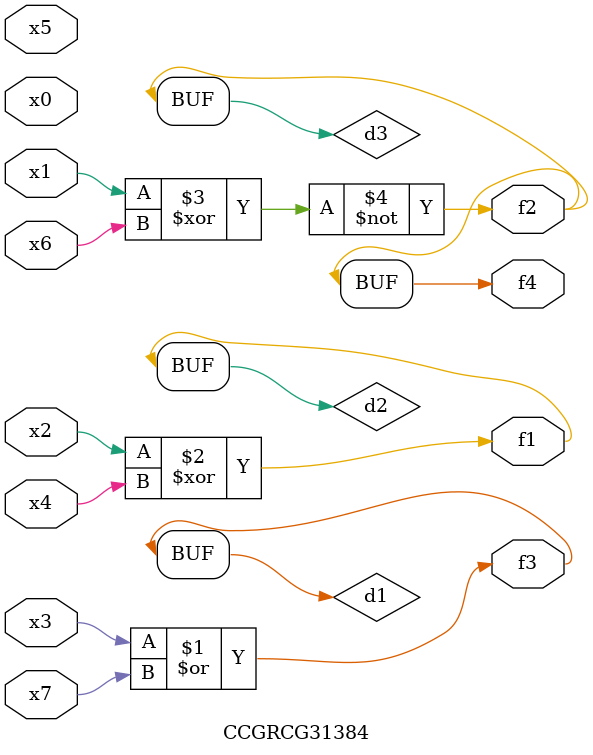
<source format=v>
module CCGRCG31384(
	input x0, x1, x2, x3, x4, x5, x6, x7,
	output f1, f2, f3, f4
);

	wire d1, d2, d3;

	or (d1, x3, x7);
	xor (d2, x2, x4);
	xnor (d3, x1, x6);
	assign f1 = d2;
	assign f2 = d3;
	assign f3 = d1;
	assign f4 = d3;
endmodule

</source>
